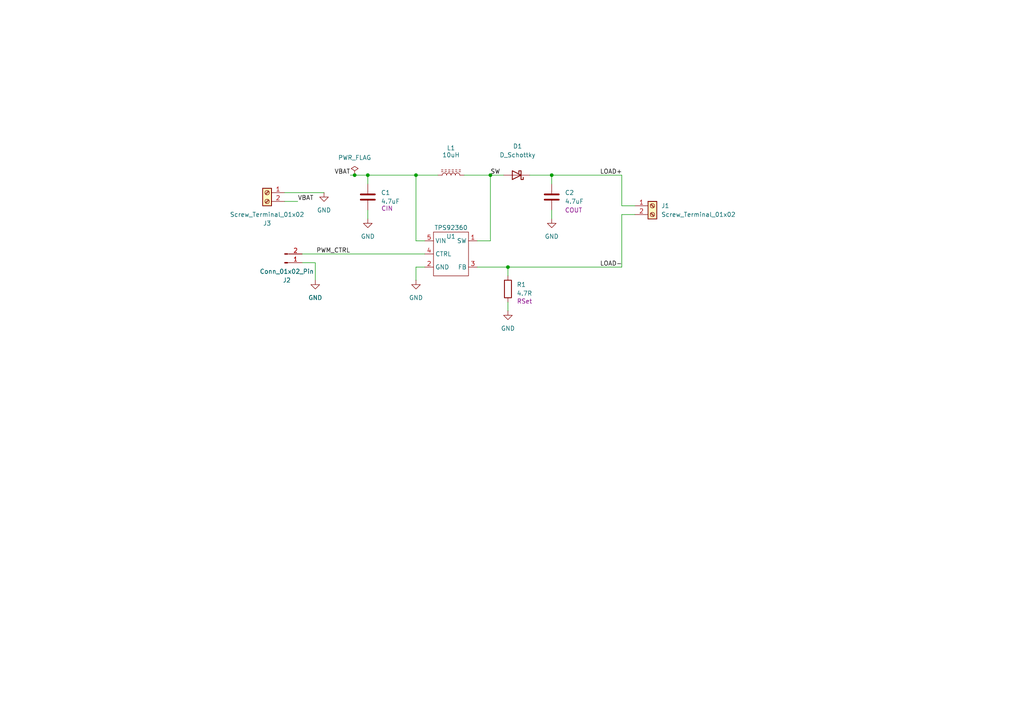
<source format=kicad_sch>
(kicad_sch (version 20231120) (generator "eeschema") (generator_version "8.0")
  (paper "A4")
  (title_block (title "LED Strip Driver") (date "2024-08-30") (rev "v1"))
  (lib_symbols
    (symbol "Connector:Conn_01x02_Pin" (pin_names (offset 1.016) hide)
      (property "Reference" "J" (at 0 2.54 0))
      (property "Value" "Conn_01x02_Pin" (at 0 -5.08 0))
      (symbol "Conn_01x02_Pin_1_1"
        (polyline (pts (xy 1.27 -2.54) (xy 0.8636 -2.54)) (stroke (width 0.1524)))
        (polyline (pts (xy 1.27 0) (xy 0.8636 0)) (stroke (width 0.1524)))
        (rectangle (start 0.8636 -2.413) (end 0 -2.667) (stroke (width 0.1524)) (fill (type outline)))
        (rectangle (start 0.8636 0.127) (end 0 -0.127) (stroke (width 0.1524)) (fill (type outline)))
        (pin passive line (at 5.08 0 180) (length 3.81) (name "Pin_1") (number "1"))
        (pin passive line (at 5.08 -2.54 180) (length 3.81) (name "Pin_2") (number "2"))
      )
    )
    (symbol "Connector:Screw_Terminal_01x02" (pin_names (offset 1.016) hide)
      (property "Reference" "J" (at 0 2.54 0))
      (property "Value" "Screw_Terminal_01x02" (at 0 -5.08 0))
      (symbol "Screw_Terminal_01x02_1_1"
        (rectangle (start -1.27 1.27) (end 1.27 -3.81) (stroke (width 0.254)) (fill (type background)))
        (circle (center 0 -2.54) (radius 0.635) (stroke (width 0.1524)))
        (polyline (pts (xy -0.5334 -2.2098) (xy 0.3302 -3.048)) (stroke (width 0.1524)))
        (polyline (pts (xy -0.5334 0.3302) (xy 0.3302 -0.508)) (stroke (width 0.1524)))
        (polyline (pts (xy -0.3556 -2.032) (xy 0.508 -2.8702)) (stroke (width 0.1524)))
        (polyline (pts (xy -0.3556 0.508) (xy 0.508 -0.3302)) (stroke (width 0.1524)))
        (circle (center 0 0) (radius 0.635) (stroke (width 0.1524)))
        (pin passive line (at -5.08 0 0) (length 3.81) (name "Pin_1") (number "1"))
        (pin passive line (at -5.08 -2.54 0) (length 3.81) (name "Pin_2") (number "2"))
      )
    )
    (symbol "Device:C" (pin_numbers hide) (pin_names (offset 0.254))
      (property "Reference" "C" (at 0.635 2.54 0))
      (property "Value" "C" (at 0.635 -2.54 0))
      (symbol "C_0_1"
        (polyline (pts (xy -2.032 -0.762) (xy 2.032 -0.762)) (stroke (width 0.508)))
        (polyline (pts (xy -2.032 0.762) (xy 2.032 0.762)) (stroke (width 0.508)))
      )
      (symbol "C_1_1"
        (pin passive line (at 0 3.81 270) (length 2.794) (name "~") (number "1"))
        (pin passive line (at 0 -3.81 90) (length 2.794) (name "~") (number "2"))
      )
    )
    (symbol "Device:D_Schottky" (pin_numbers hide) (pin_names (offset 1.016) hide)
      (property "Reference" "D" (at 0 2.54 0))
      (property "Value" "D_Schottky" (at 0 -2.54 0))
      (symbol "D_Schottky_0_1"
        (polyline (pts (xy 1.27 0) (xy -1.27 0)))
        (polyline (pts (xy 1.27 1.27) (xy 1.27 -1.27) (xy -1.27 0) (xy 1.27 1.27)) (stroke (width 0.254)))
        (polyline (pts (xy -1.905 0.635) (xy -1.905 1.27) (xy -1.27 1.27) (xy -1.27 -1.27) (xy -0.635 -1.27) (xy -0.635 -0.635)) (stroke (width 0.254)))
      )
      (symbol "D_Schottky_1_1"
        (pin passive line (at -3.81 0 0) (length 2.54) (name "K") (number "1"))
        (pin passive line (at 3.81 0 180) (length 2.54) (name "A") (number "2"))
      )
    )
    (symbol "Device:L_Ferrite" (pin_numbers hide) (pin_names (offset 1.016) hide)
      (property "Reference" "L" (at -1.27 0 90))
      (property "Value" "L_Ferrite" (at 2.794 0 90))
      (symbol "L_Ferrite_0_1"
        (arc (start 0 -2.54) (mid 0.6323 -1.905) (end 0 -1.27))
        (arc (start 0 -1.27) (mid 0.6323 -0.635) (end 0 0))
        (polyline (pts (xy 1.016 -2.794) (xy 1.016 -2.286)))
        (polyline (pts (xy 1.016 -1.778) (xy 1.016 -1.27)))
        (polyline (pts (xy 1.016 -0.762) (xy 1.016 -0.254)))
        (polyline (pts (xy 1.016 0.254) (xy 1.016 0.762)))
        (polyline (pts (xy 1.016 1.27) (xy 1.016 1.778)))
        (polyline (pts (xy 1.016 2.286) (xy 1.016 2.794)))
        (polyline (pts (xy 1.524 -2.286) (xy 1.524 -2.794)))
        (polyline (pts (xy 1.524 -1.27) (xy 1.524 -1.778)))
        (polyline (pts (xy 1.524 -0.254) (xy 1.524 -0.762)))
        (polyline (pts (xy 1.524 0.762) (xy 1.524 0.254)))
        (polyline (pts (xy 1.524 1.778) (xy 1.524 1.27)))
        (polyline (pts (xy 1.524 2.794) (xy 1.524 2.286)))
        (arc (start 0 0) (mid 0.6323 0.635) (end 0 1.27))
        (arc (start 0 1.27) (mid 0.6323 1.905) (end 0 2.54))
      )
      (symbol "L_Ferrite_1_1"
        (pin passive line (at 0 3.81 270) (length 1.27) (name "1") (number "1"))
        (pin passive line (at 0 -3.81 90) (length 1.27) (name "2") (number "2"))
      )
    )
    (symbol "Device:R" (pin_numbers hide) (pin_names (offset 0))
      (property "Reference" "R" (at 2.032 0 90))
      (property "Value" "R" (at 0 0 90))
      (symbol "R_0_1"
        (rectangle (start -1.016 -2.54) (end 1.016 2.54) (stroke (width 0.254)))
      )
      (symbol "R_1_1"
        (pin passive line (at 0 3.81 270) (length 1.27) (name "~") (number "1"))
        (pin passive line (at 0 -3.81 90) (length 1.27) (name "~") (number "2"))
      )
    )
    (symbol "LED Strip Driver Library:TPS92360"
      (property "Reference" "U" (at -4.826 7.874 0))
      (property "Value" "TPS92360" (at -0.508 6.096 0))
      (symbol "TPS92360_0_1"
        (rectangle (start -5.08 5.08) (end 5.08 -7.62))
      )
      (symbol "TPS92360_1_1"
        (pin input line (at 7.62 2.54 180) (length 2.54) (name "SW") (number "1"))
        (pin power_out line (at -7.62 -5.08 0) (length 2.54) (name "GND") (number "2"))
        (pin input line (at 7.62 -5.08 180) (length 2.54) (name "FB") (number "3"))
        (pin input line (at -7.62 -1.27 0) (length 2.54) (name "CTRL") (number "4"))
        (pin power_in line (at -7.62 2.54 0) (length 2.54) (name "VIN") (number "5"))
      )
    )
    (symbol "power:GND" (power) (pin_numbers hide) (pin_names (offset 0) hide)
      (property "Value" "GND" (at 0 -3.81 0))
      (symbol "GND_0_1"
        (polyline (pts (xy 0 0) (xy 0 -1.27) (xy 1.27 -1.27) (xy 0 -2.54) (xy -1.27 -1.27) (xy 0 -1.27)))
      )
      (symbol "GND_1_1"
        (pin power_in line (at 0 0 270) (length 0) (name "~") (number "1"))
      )
    )
    (symbol "power:PWR_FLAG" (power) (pin_numbers hide) (pin_names (offset 0) hide)
      (property "Value" "PWR_FLAG" (at 0 3.81 0))
      (symbol "PWR_FLAG_0_0"
        (pin power_out line (at 0 0 90) (length 0) (name "~") (number "1"))
      )
      (symbol "PWR_FLAG_0_1"
        (polyline (pts (xy 0 0) (xy 0 1.27) (xy -1.016 1.905) (xy 0 2.54) (xy 1.016 1.905) (xy 0 1.27)))
      )
    )
  )
  (junction (at 160.02 50.8))
  (junction (at 142.24 50.8))
  (junction (at 106.68 50.8))
  (junction (at 147.32 77.47))
  (junction (at 120.65 50.8))
  (junction (at 102.87 50.8))
  (wire (pts (xy 123.19 77.47) (xy 120.65 77.47)))
  (wire (pts (xy 180.34 59.69) (xy 184.15 59.69)))
  (wire (pts (xy 180.34 50.8) (xy 180.34 59.69)))
  (wire (pts (xy 180.34 62.23) (xy 180.34 77.47)))
  (wire (pts (xy 120.65 69.85) (xy 120.65 50.8)))
  (wire (pts (xy 138.43 69.85) (xy 142.24 69.85)))
  (wire (pts (xy 82.55 55.88) (xy 93.98 55.88)))
  (wire (pts (xy 87.63 73.66) (xy 123.19 73.66)))
  (wire (pts (xy 91.44 76.2) (xy 91.44 81.28)))
  (wire (pts (xy 123.19 69.85) (xy 120.65 69.85)))
  (wire (pts (xy 87.63 76.2) (xy 91.44 76.2)))
  (wire (pts (xy 106.68 60.96) (xy 106.68 63.5)))
  (wire (pts (xy 147.32 77.47) (xy 180.34 77.47)))
  (wire (pts (xy 153.67 50.8) (xy 160.02 50.8)))
  (wire (pts (xy 142.24 69.85) (xy 142.24 50.8)))
  (wire (pts (xy 82.55 58.42) (xy 86.36 58.42)))
  (wire (pts (xy 147.32 77.47) (xy 138.43 77.47)))
  (wire (pts (xy 106.68 50.8) (xy 106.68 53.34)))
  (wire (pts (xy 147.32 87.63) (xy 147.32 90.17)))
  (wire (pts (xy 142.24 50.8) (xy 146.05 50.8)))
  (wire (pts (xy 160.02 50.8) (xy 180.34 50.8)))
  (wire (pts (xy 120.65 77.47) (xy 120.65 81.28)))
  (wire (pts (xy 106.68 50.8) (xy 120.65 50.8)))
  (wire (pts (xy 147.32 77.47) (xy 147.32 80.01)))
  (wire (pts (xy 180.34 62.23) (xy 184.15 62.23)))
  (wire (pts (xy 102.87 50.8) (xy 106.68 50.8)))
  (wire (pts (xy 134.62 50.8) (xy 142.24 50.8)))
  (wire (pts (xy 120.65 50.8) (xy 127 50.8)))
  (wire (pts (xy 160.02 60.96) (xy 160.02 63.5)))
  (wire (pts (xy 101.6 50.8) (xy 102.87 50.8)))
  (wire (pts (xy 160.02 50.8) (xy 160.02 53.34)))
  (label "SW" (at 142.24 50.8 0))
  (label "LOAD-" (at 173.99 77.47 0))
  (label "PWM_CTRL" (at 101.6 73.66 180))
  (label "VBAT" (at 101.6 50.8 180))
  (label "LOAD+" (at 173.99 50.8 0))
  (label "VBAT" (at 86.36 58.42 0))
  (symbol (lib_id "LED Strip Driver Library:TPS92360") (at 130.81 72.39 0) (unit 1)
    (property "Reference" "U1" (at 130.81 68.58 0))
    (property "Value" "TPS92360" (at 130.81 66.04 0))
    (property "Footprint" "LED Strip Driver Footprints:SOT65P210X110-5N" (effects (hide yes)))
  )
  (symbol (lib_id "Connector:Screw_Terminal_01x02") (at 77.47 55.88 0) (mirror y) (unit 1)
    (property "Reference" "J3" (at 77.47 64.77 0))
    (property "Value" "Screw_Terminal_01x02" (at 77.47 62.23 0))
    (property "Footprint" "TerminalBlock_Phoenix:TerminalBlock_Phoenix_PT-1,5-2-5.0-H_1x02_P5.00mm_Horizontal" (effects (hide yes)))
    (property "Description" "Generic screw terminal, single row, 01x02, script generated (kicad-library-utils/schlib/autogen/connector/)" (effects (hide yes)))
  )
  (symbol (lib_id "Device:C") (at 106.68 57.15 0) (unit 1)
    (property "Reference" "C1" (at 110.49 55.8799 0) (effects (justify left)))
    (property "Value" "4.7uF" (at 110.49 58.4199 0) (effects (justify left)))
    (property "Footprint" "Capacitor_SMD:C_0805_2012Metric_Pad1.18x1.45mm_HandSolder" (effects (hide yes)))
    (property "Description" "Unpolarized capacitor" (effects (hide yes)))
    (property "Part" "CL21A475KBQNNNE" (effects (hide yes)))
    (property "Role" "CIN" (at 112.268 60.452 0))
  )
  (symbol (lib_id "Connector:Conn_01x02_Pin") (at 82.55 76.2 0) (mirror x) (unit 1)
    (property "Reference" "J2" (at 83.185 81.28 0))
    (property "Value" "Conn_01x02_Pin" (at 83.185 78.74 0))
    (property "Footprint" "Connector_PinHeader_2.54mm:PinHeader_1x02_P2.54mm_Vertical" (effects (hide yes)))
    (property "Description" "Generic connector, single row, 01x02, script generated" (effects (hide yes)))
  )
  (symbol (lib_id "power:GND") (at 93.98 55.88 0) (unit 1)
    (property "Reference" "#PWR02" (effects (hide yes)))
    (property "Value" "GND" (at 93.98 60.96 0))
    (property "Description" "Power symbol creates a global label with name \"GND\" , ground" (effects (hide yes)))
  )
  (symbol (lib_id "power:GND") (at 91.44 81.28 0) (unit 1)
    (property "Reference" "#PWR06" (effects (hide yes)))
    (property "Value" "GND" (at 91.44 86.36 0))
    (property "Description" "Power symbol creates a global label with name \"GND\" , ground" (effects (hide yes)))
  )
  (symbol (lib_id "Device:C") (at 160.02 57.15 0) (unit 1)
    (property "Reference" "C2" (at 163.83 55.8799 0) (effects (justify left)))
    (property "Value" "4.7uF" (at 163.83 58.4199 0) (effects (justify left)))
    (property "Footprint" "Capacitor_SMD:C_0805_2012Metric_Pad1.18x1.45mm_HandSolder" (effects (hide yes)))
    (property "Description" "Unpolarized capacitor" (effects (hide yes)))
    (property "Part" "CL21A475KBQNNNE" (effects (hide yes)))
    (property "Role" "COUT" (at 166.37 60.96 0))
  )
  (symbol (lib_id "Device:D_Schottky") (at 149.86 50.8 180) (unit 1)
    (property "Reference" "D1" (at 150.114 42.418 0))
    (property "Value" "D_Schottky" (at 150.114 44.958 0))
    (property "Footprint" "Diode_SMD:D_SOD-323_HandSoldering" (effects (hide yes)))
    (property "Description" "Schottky diode" (effects (hide yes)))
    (property "Part" "NSR0240HT1G" (effects (hide yes)))
  )
  (symbol (lib_id "power:GND") (at 120.65 81.28 0) (unit 1)
    (property "Reference" "#PWR05" (effects (hide yes)))
    (property "Value" "GND" (at 120.65 86.36 0))
    (property "Description" "Power symbol creates a global label with name \"GND\" , ground" (effects (hide yes)))
  )
  (symbol (lib_id "power:GND") (at 160.02 63.5 0) (unit 1)
    (property "Reference" "#PWR03" (effects (hide yes)))
    (property "Value" "GND" (at 160.02 68.58 0))
    (property "Description" "Power symbol creates a global label with name \"GND\" , ground" (effects (hide yes)))
  )
  (symbol (lib_id "Device:L_Ferrite") (at 130.81 50.8 90) (unit 1)
    (property "Reference" "L1" (at 130.81 42.926 90))
    (property "Value" "10uH" (at 130.81 44.958 90))
    (property "Footprint" "Inductor_SMD:L_Coilcraft_LPS4018" (effects (hide yes)))
    (property "Description" "Inductor with ferrite core" (effects (hide yes)))
    (property "Part" "LPS4018-103MRC" (effects (hide yes)))
  )
  (symbol (lib_id "power:PWR_FLAG") (at 102.87 50.8 0) (unit 1)
    (property "Reference" "#FLG01" (effects (hide yes)))
    (property "Value" "PWR_FLAG" (at 102.87 45.72 0))
    (property "Description" "Special symbol for telling ERC where power comes from" (effects (hide yes)))
  )
  (symbol (lib_id "power:GND") (at 106.68 63.5 0) (unit 1)
    (property "Reference" "#PWR01" (effects (hide yes)))
    (property "Value" "GND" (at 106.68 68.58 0))
    (property "Description" "Power symbol creates a global label with name \"GND\" , ground" (effects (hide yes)))
  )
  (symbol (lib_id "Connector:Screw_Terminal_01x02") (at 189.23 59.69 0) (unit 1)
    (property "Reference" "J1" (at 191.77 59.6899 0) (effects (justify left)))
    (property "Value" "Screw_Terminal_01x02" (at 191.77 62.2299 0) (effects (justify left)))
    (property "Footprint" "TerminalBlock_Phoenix:TerminalBlock_Phoenix_PT-1,5-2-5.0-H_1x02_P5.00mm_Horizontal" (effects (hide yes)))
    (property "Description" "Generic screw terminal, single row, 01x02, script generated (kicad-library-utils/schlib/autogen/connector/)" (effects (hide yes)))
  )
  (symbol (lib_id "power:GND") (at 147.32 90.17 0) (unit 1)
    (property "Reference" "#PWR04" (effects (hide yes)))
    (property "Value" "GND" (at 147.32 95.25 0))
    (property "Description" "Power symbol creates a global label with name \"GND\" , ground" (effects (hide yes)))
  )
  (symbol (lib_id "Device:R") (at 147.32 83.82 0) (unit 1)
    (property "Reference" "R1" (at 149.86 82.5499 0) (effects (justify left)))
    (property "Value" "4.7R" (at 149.86 85.0899 0) (effects (justify left)))
    (property "Footprint" "Resistor_SMD:R_0805_2012Metric_Pad1.20x1.40mm_HandSolder" (effects (hide yes)))
    (property "Description" "Resistor" (effects (hide yes)))
    (property "Part" "CRCW08054R70FNEA" (effects (hide yes)))
    (property "Role" "RSet" (at 152.146 87.376 0))
  )
)
</source>
